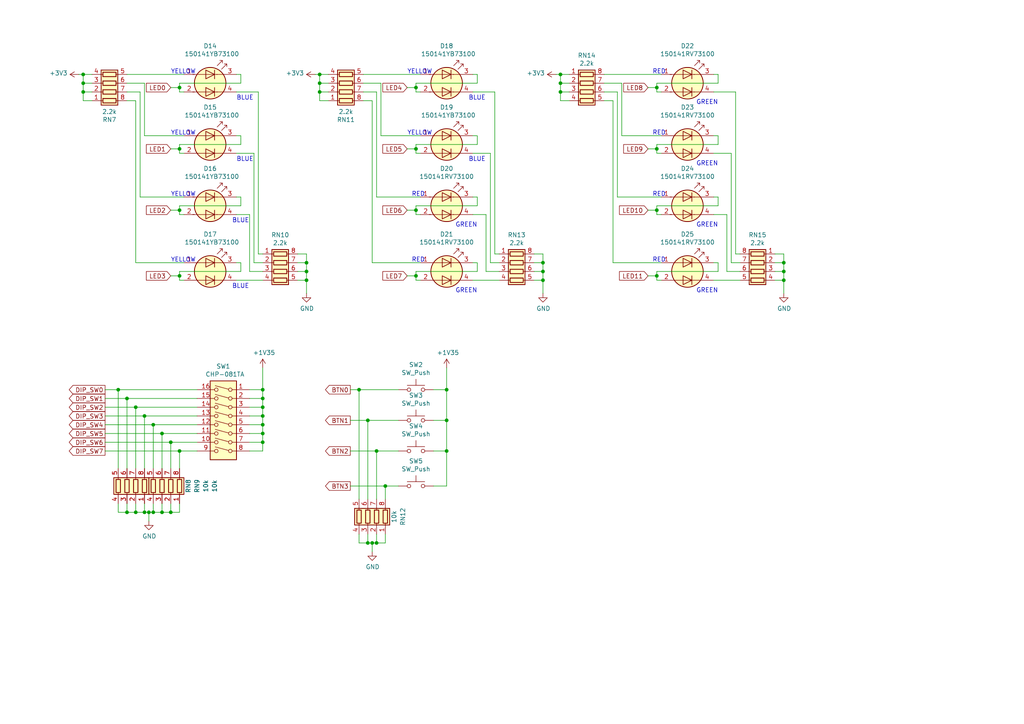
<source format=kicad_sch>
(kicad_sch (version 20211123) (generator eeschema)
  (paper "A4")
  (lib_symbols
    (symbol "Device:LED_Dual_AACC" (pin_names (offset 0) hide)
      (property "Reference" "D" (at 0 5.715 0))
      (property "Value" "Device_LED_Dual_AACC" (at 0 -6.35 0))
      (symbol "LED_Dual_AACC_0_1"
        (polyline (pts (xy -5.08 -2.54) (xy 2.032 -2.54)))
        (polyline (pts (xy -5.08 2.54) (xy 2.032 2.54)))
        (polyline (pts (xy 1.27 -1.27) (xy 1.27 -3.81)) (stroke (width 0.2032)))
        (polyline (pts (xy 1.27 3.81) (xy 1.27 1.27)) (stroke (width 0.2032)))
        (polyline (pts (xy 3.81 -2.54) (xy 1.905 -2.54)))
        (polyline (pts (xy 3.81 2.54) (xy 1.905 2.54)))
        (polyline (pts (xy -1.27 -1.27) (xy -1.27 -3.81) (xy 1.27 -2.54) (xy -1.27 -1.27)) (stroke (width 0.2032)))
        (polyline (pts (xy -1.27 3.81) (xy -1.27 1.27) (xy 1.27 2.54) (xy -1.27 3.81)) (stroke (width 0.2032)))
        (polyline (pts (xy 2.032 5.08) (xy 3.556 6.604) (xy 2.794 6.604) (xy 3.556 6.604) (xy 3.556 5.842)))
        (polyline (pts (xy 3.302 4.064) (xy 4.826 5.588) (xy 4.064 5.588) (xy 4.826 5.588) (xy 4.826 4.826)))
        (circle (center 0 0) (radius 4.572) (stroke (width 0.254)) (fill (type background)))
      )
      (symbol "LED_Dual_AACC_1_1"
        (pin input line (at -7.62 2.54 0) (length 3.048) (name "A1") (number "1"))
        (pin input line (at -7.62 -2.54 0) (length 3.048) (name "A2") (number "2"))
        (pin input line (at 7.62 2.54 180) (length 3.81) (name "K1") (number "3"))
        (pin input line (at 7.62 -2.54 180) (length 3.81) (name "K2") (number "4"))
      )
    )
    (symbol "Device:R_Pack04" (pin_names (offset 0) hide)
      (property "Reference" "RN" (at -7.62 0 90))
      (property "Value" "R_Pack04" (at 5.08 0 90))
      (symbol "R_Pack04_0_1"
        (rectangle (start -6.35 -2.413) (end 3.81 2.413) (stroke (width 0.254)) (fill (type background)))
        (rectangle (start -5.715 1.905) (end -4.445 -1.905) (stroke (width 0.254)))
        (rectangle (start -3.175 1.905) (end -1.905 -1.905) (stroke (width 0.254)))
        (rectangle (start -0.635 1.905) (end 0.635 -1.905) (stroke (width 0.254)))
        (polyline (pts (xy -5.08 -2.54) (xy -5.08 -1.905)))
        (polyline (pts (xy -5.08 1.905) (xy -5.08 2.54)))
        (polyline (pts (xy -2.54 -2.54) (xy -2.54 -1.905)))
        (polyline (pts (xy -2.54 1.905) (xy -2.54 2.54)))
        (polyline (pts (xy 0 -2.54) (xy 0 -1.905)))
        (polyline (pts (xy 0 1.905) (xy 0 2.54)))
        (polyline (pts (xy 2.54 -2.54) (xy 2.54 -1.905)))
        (polyline (pts (xy 2.54 1.905) (xy 2.54 2.54)))
        (rectangle (start 1.905 1.905) (end 3.175 -1.905) (stroke (width 0.254)))
      )
      (symbol "R_Pack04_1_1"
        (pin passive line (at -5.08 -5.08 90) (length 2.54) (name "R1.1") (number "1"))
        (pin passive line (at -2.54 -5.08 90) (length 2.54) (name "R2.1") (number "2"))
        (pin passive line (at 0 -5.08 90) (length 2.54) (name "R3.1") (number "3"))
        (pin passive line (at 2.54 -5.08 90) (length 2.54) (name "R4.1") (number "4"))
        (pin passive line (at 2.54 5.08 270) (length 2.54) (name "R4.2") (number "5"))
        (pin passive line (at 0 5.08 270) (length 2.54) (name "R3.2") (number "6"))
        (pin passive line (at -2.54 5.08 270) (length 2.54) (name "R2.2") (number "7"))
        (pin passive line (at -5.08 5.08 270) (length 2.54) (name "R1.2") (number "8"))
      )
    )
    (symbol "Switch:SW_DIP_x08" (pin_names (offset 0) hide)
      (property "Reference" "SW" (at 0 13.97 0))
      (property "Value" "SW_DIP_x08" (at 0 -11.43 0))
      (symbol "SW_DIP_x08_0_0"
        (circle (center -2.032 -7.62) (radius 0.508))
        (circle (center -2.032 -5.08) (radius 0.508))
        (circle (center -2.032 -2.54) (radius 0.508))
        (circle (center -2.032 0) (radius 0.508))
        (circle (center -2.032 2.54) (radius 0.508))
        (circle (center -2.032 5.08) (radius 0.508))
        (circle (center -2.032 7.62) (radius 0.508))
        (circle (center -2.032 10.16) (radius 0.508))
        (polyline (pts (xy -1.524 -7.4676) (xy 2.3622 -6.4262)))
        (polyline (pts (xy -1.524 -4.9276) (xy 2.3622 -3.8862)))
        (polyline (pts (xy -1.524 -2.3876) (xy 2.3622 -1.3462)))
        (polyline (pts (xy -1.524 0.127) (xy 2.3622 1.1684)))
        (polyline (pts (xy -1.524 2.667) (xy 2.3622 3.7084)))
        (polyline (pts (xy -1.524 5.207) (xy 2.3622 6.2484)))
        (polyline (pts (xy -1.524 7.747) (xy 2.3622 8.7884)))
        (polyline (pts (xy -1.524 10.287) (xy 2.3622 11.3284)))
        (circle (center 2.032 -7.62) (radius 0.508))
        (circle (center 2.032 -5.08) (radius 0.508))
        (circle (center 2.032 -2.54) (radius 0.508))
        (circle (center 2.032 0) (radius 0.508))
        (circle (center 2.032 2.54) (radius 0.508))
        (circle (center 2.032 5.08) (radius 0.508))
        (circle (center 2.032 7.62) (radius 0.508))
        (circle (center 2.032 10.16) (radius 0.508))
      )
      (symbol "SW_DIP_x08_0_1"
        (rectangle (start -3.81 12.7) (end 3.81 -10.16) (stroke (width 0.254)) (fill (type background)))
      )
      (symbol "SW_DIP_x08_1_1"
        (pin passive line (at -7.62 10.16 0) (length 5.08) (name "~") (number "1"))
        (pin passive line (at 7.62 -5.08 180) (length 5.08) (name "~") (number "10"))
        (pin passive line (at 7.62 -2.54 180) (length 5.08) (name "~") (number "11"))
        (pin passive line (at 7.62 0 180) (length 5.08) (name "~") (number "12"))
        (pin passive line (at 7.62 2.54 180) (length 5.08) (name "~") (number "13"))
        (pin passive line (at 7.62 5.08 180) (length 5.08) (name "~") (number "14"))
        (pin passive line (at 7.62 7.62 180) (length 5.08) (name "~") (number "15"))
        (pin passive line (at 7.62 10.16 180) (length 5.08) (name "~") (number "16"))
        (pin passive line (at -7.62 7.62 0) (length 5.08) (name "~") (number "2"))
        (pin passive line (at -7.62 5.08 0) (length 5.08) (name "~") (number "3"))
        (pin passive line (at -7.62 2.54 0) (length 5.08) (name "~") (number "4"))
        (pin passive line (at -7.62 0 0) (length 5.08) (name "~") (number "5"))
        (pin passive line (at -7.62 -2.54 0) (length 5.08) (name "~") (number "6"))
        (pin passive line (at -7.62 -5.08 0) (length 5.08) (name "~") (number "7"))
        (pin passive line (at -7.62 -7.62 0) (length 5.08) (name "~") (number "8"))
        (pin passive line (at 7.62 -7.62 180) (length 5.08) (name "~") (number "9"))
      )
    )
    (symbol "Switch:SW_Push" (pin_numbers hide) (pin_names (offset 1.016) hide)
      (property "Reference" "SW" (at 1.27 2.54 0))
      (property "Value" "SW_Push" (at 0 -1.524 0))
      (symbol "SW_Push_0_1"
        (circle (center -2.032 0) (radius 0.508))
        (polyline (pts (xy 0 1.27) (xy 0 3.048)))
        (polyline (pts (xy 2.54 1.27) (xy -2.54 1.27)))
        (circle (center 2.032 0) (radius 0.508))
        (pin passive line (at -5.08 0 0) (length 2.54) (name "1") (number "1"))
        (pin passive line (at 5.08 0 180) (length 2.54) (name "2") (number "2"))
      )
    )
    (symbol "power:+1V35" (power) (pin_names (offset 0))
      (property "Value" "+1V35" (at 0 3.556 0))
      (symbol "+1V35_0_1"
        (polyline (pts (xy -0.762 1.27) (xy 0 2.54)))
        (polyline (pts (xy 0 0) (xy 0 2.54)))
        (polyline (pts (xy 0 2.54) (xy 0.762 1.27)))
      )
      (symbol "+1V35_1_1"
        (pin power_in line (at 0 0 90) (length 0) hide (name "+1V35") (number "1"))
      )
    )
    (symbol "power:+3V3" (power) (pin_names (offset 0))
      (property "Value" "+3V3" (at 0 3.556 0))
      (symbol "+3V3_0_1"
        (polyline (pts (xy -0.762 1.27) (xy 0 2.54)))
        (polyline (pts (xy 0 0) (xy 0 2.54)))
        (polyline (pts (xy 0 2.54) (xy 0.762 1.27)))
      )
      (symbol "+3V3_1_1"
        (pin power_in line (at 0 0 90) (length 0) hide (name "+3V3") (number "1"))
      )
    )
    (symbol "power:GND" (power) (pin_names (offset 0))
      (property "Value" "GND" (at 0 -3.81 0))
      (symbol "GND_0_1"
        (polyline (pts (xy 0 0) (xy 0 -1.27) (xy 1.27 -1.27) (xy 0 -2.54) (xy -1.27 -1.27) (xy 0 -1.27)))
      )
      (symbol "GND_1_1"
        (pin power_in line (at 0 0 270) (length 0) hide (name "GND") (number "1"))
      )
    )
  )
  (junction (at 49.53 148.59))
  (junction (at 24.13 26.67))
  (junction (at 106.68 157.48))
  (junction (at 162.56 24.13))
  (junction (at 36.83 148.59))
  (junction (at 34.29 113.03))
  (junction (at 92.71 21.59))
  (junction (at 120.65 43.18))
  (junction (at 227.33 76.2))
  (junction (at 190.5 25.4))
  (junction (at 76.2 115.57))
  (junction (at 92.71 26.67))
  (junction (at 120.65 60.96))
  (junction (at 92.71 24.13))
  (junction (at 120.65 25.4))
  (junction (at 88.9 76.2))
  (junction (at 52.07 130.81))
  (junction (at 49.53 128.27))
  (junction (at 39.37 118.11))
  (junction (at 39.37 148.59))
  (junction (at 76.2 125.73))
  (junction (at 36.83 115.57))
  (junction (at 106.68 121.92))
  (junction (at 111.76 140.97))
  (junction (at 162.56 26.67))
  (junction (at 76.2 120.65))
  (junction (at 24.13 21.59))
  (junction (at 227.33 81.28))
  (junction (at 46.99 125.73))
  (junction (at 52.07 80.01))
  (junction (at 44.45 148.59))
  (junction (at 129.54 121.92))
  (junction (at 44.45 123.19))
  (junction (at 46.99 148.59))
  (junction (at 227.33 78.74))
  (junction (at 157.48 81.28))
  (junction (at 76.2 118.11))
  (junction (at 41.91 148.59))
  (junction (at 88.9 78.74))
  (junction (at 52.07 43.18))
  (junction (at 129.54 113.03))
  (junction (at 190.5 80.01))
  (junction (at 190.5 43.18))
  (junction (at 107.95 157.48))
  (junction (at 88.9 81.28))
  (junction (at 52.07 60.96))
  (junction (at 41.91 120.65))
  (junction (at 109.22 157.48))
  (junction (at 24.13 24.13))
  (junction (at 52.07 25.4))
  (junction (at 190.5 60.96))
  (junction (at 76.2 123.19))
  (junction (at 129.54 130.81))
  (junction (at 157.48 76.2))
  (junction (at 76.2 113.03))
  (junction (at 76.2 128.27))
  (junction (at 104.14 113.03))
  (junction (at 162.56 21.59))
  (junction (at 157.48 78.74))
  (junction (at 109.22 130.81))
  (junction (at 43.18 148.59))
  (junction (at 120.65 80.01))
  (wire (pts (xy 191.77 81.28) (xy 190.5 81.28)))
  (wire (pts (xy 120.65 60.96) (xy 120.65 59.69)))
  (wire (pts (xy 40.64 57.15) (xy 53.34 57.15)))
  (wire (pts (xy 157.48 78.74) (xy 157.48 81.28)))
  (wire (pts (xy 92.71 26.67) (xy 92.71 29.21)))
  (wire (pts (xy 69.85 41.91) (xy 69.85 39.37)))
  (wire (pts (xy 49.53 148.59) (xy 49.53 146.05)))
  (wire (pts (xy 144.78 73.66) (xy 143.51 73.66)))
  (wire (pts (xy 120.65 81.28) (xy 120.65 80.01)))
  (wire (pts (xy 46.99 125.73) (xy 57.15 125.73)))
  (wire (pts (xy 121.92 81.28) (xy 120.65 81.28)))
  (wire (pts (xy 26.67 26.67) (xy 24.13 26.67)))
  (wire (pts (xy 106.68 144.78) (xy 106.68 121.92)))
  (wire (pts (xy 190.5 43.18) (xy 190.5 41.91)))
  (wire (pts (xy 137.16 26.67) (xy 143.51 26.67)))
  (wire (pts (xy 165.1 26.67) (xy 162.56 26.67)))
  (wire (pts (xy 36.83 146.05) (xy 36.83 148.59)))
  (wire (pts (xy 24.13 24.13) (xy 24.13 26.67)))
  (wire (pts (xy 120.65 43.18) (xy 120.65 41.91)))
  (wire (pts (xy 57.15 130.81) (xy 52.07 130.81)))
  (wire (pts (xy 227.33 81.28) (xy 227.33 85.09)))
  (wire (pts (xy 207.01 57.15) (xy 208.28 57.15)))
  (wire (pts (xy 52.07 41.91) (xy 69.85 41.91)))
  (wire (pts (xy 207.01 39.37) (xy 208.28 39.37)))
  (wire (pts (xy 224.79 81.28) (xy 227.33 81.28)))
  (wire (pts (xy 224.79 73.66) (xy 227.33 73.66)))
  (wire (pts (xy 36.83 115.57) (xy 30.48 115.57)))
  (wire (pts (xy 39.37 148.59) (xy 36.83 148.59)))
  (wire (pts (xy 88.9 78.74) (xy 88.9 81.28)))
  (wire (pts (xy 110.49 39.37) (xy 121.92 39.37)))
  (wire (pts (xy 208.28 24.13) (xy 208.28 21.59)))
  (wire (pts (xy 208.28 59.69) (xy 208.28 57.15)))
  (wire (pts (xy 161.29 21.59) (xy 162.56 21.59)))
  (wire (pts (xy 104.14 157.48) (xy 106.68 157.48)))
  (wire (pts (xy 224.79 78.74) (xy 227.33 78.74)))
  (wire (pts (xy 227.33 78.74) (xy 227.33 81.28)))
  (wire (pts (xy 109.22 130.81) (xy 101.6 130.81)))
  (wire (pts (xy 162.56 26.67) (xy 162.56 29.21)))
  (wire (pts (xy 137.16 21.59) (xy 138.43 21.59)))
  (wire (pts (xy 76.2 78.74) (xy 72.39 78.74)))
  (wire (pts (xy 52.07 148.59) (xy 52.07 146.05)))
  (wire (pts (xy 162.56 29.21) (xy 165.1 29.21)))
  (wire (pts (xy 213.36 73.66) (xy 213.36 26.67)))
  (wire (pts (xy 52.07 43.18) (xy 52.07 41.91)))
  (wire (pts (xy 187.96 25.4) (xy 190.5 25.4)))
  (wire (pts (xy 52.07 130.81) (xy 30.48 130.81)))
  (wire (pts (xy 191.77 26.67) (xy 190.5 26.67)))
  (wire (pts (xy 72.39 128.27) (xy 76.2 128.27)))
  (wire (pts (xy 118.11 80.01) (xy 120.65 80.01)))
  (wire (pts (xy 190.5 78.74) (xy 208.28 78.74)))
  (wire (pts (xy 69.85 59.69) (xy 69.85 57.15)))
  (wire (pts (xy 190.5 44.45) (xy 190.5 43.18)))
  (wire (pts (xy 36.83 21.59) (xy 53.34 21.59)))
  (wire (pts (xy 76.2 115.57) (xy 76.2 113.03)))
  (wire (pts (xy 68.58 62.23) (xy 72.39 62.23)))
  (wire (pts (xy 52.07 78.74) (xy 69.85 78.74)))
  (wire (pts (xy 68.58 81.28) (xy 76.2 81.28)))
  (wire (pts (xy 129.54 130.81) (xy 125.73 130.81)))
  (wire (pts (xy 125.73 121.92) (xy 129.54 121.92)))
  (wire (pts (xy 41.91 120.65) (xy 30.48 120.65)))
  (wire (pts (xy 52.07 59.69) (xy 69.85 59.69)))
  (wire (pts (xy 57.15 123.19) (xy 44.45 123.19)))
  (wire (pts (xy 177.8 76.2) (xy 191.77 76.2)))
  (wire (pts (xy 162.56 21.59) (xy 165.1 21.59)))
  (wire (pts (xy 212.09 76.2) (xy 212.09 44.45)))
  (wire (pts (xy 191.77 44.45) (xy 190.5 44.45)))
  (wire (pts (xy 74.93 73.66) (xy 74.93 26.67)))
  (wire (pts (xy 214.63 78.74) (xy 210.82 78.74)))
  (wire (pts (xy 121.92 62.23) (xy 120.65 62.23)))
  (wire (pts (xy 162.56 21.59) (xy 162.56 24.13)))
  (wire (pts (xy 190.5 24.13) (xy 208.28 24.13)))
  (wire (pts (xy 210.82 78.74) (xy 210.82 62.23)))
  (wire (pts (xy 49.53 60.96) (xy 52.07 60.96)))
  (wire (pts (xy 120.65 62.23) (xy 120.65 60.96)))
  (wire (pts (xy 53.34 62.23) (xy 52.07 62.23)))
  (wire (pts (xy 101.6 140.97) (xy 111.76 140.97)))
  (wire (pts (xy 49.53 148.59) (xy 52.07 148.59)))
  (wire (pts (xy 190.5 80.01) (xy 190.5 78.74)))
  (wire (pts (xy 137.16 44.45) (xy 142.24 44.45)))
  (wire (pts (xy 111.76 144.78) (xy 111.76 140.97)))
  (wire (pts (xy 104.14 113.03) (xy 101.6 113.03)))
  (wire (pts (xy 121.92 26.67) (xy 120.65 26.67)))
  (wire (pts (xy 190.5 60.96) (xy 190.5 59.69)))
  (wire (pts (xy 137.16 76.2) (xy 138.43 76.2)))
  (wire (pts (xy 39.37 76.2) (xy 53.34 76.2)))
  (wire (pts (xy 88.9 73.66) (xy 88.9 76.2)))
  (wire (pts (xy 52.07 62.23) (xy 52.07 60.96)))
  (wire (pts (xy 57.15 118.11) (xy 39.37 118.11)))
  (wire (pts (xy 76.2 128.27) (xy 76.2 125.73)))
  (wire (pts (xy 72.39 113.03) (xy 76.2 113.03)))
  (wire (pts (xy 76.2 120.65) (xy 76.2 118.11)))
  (wire (pts (xy 49.53 25.4) (xy 52.07 25.4)))
  (wire (pts (xy 175.26 21.59) (xy 191.77 21.59)))
  (wire (pts (xy 24.13 26.67) (xy 24.13 29.21)))
  (wire (pts (xy 41.91 39.37) (xy 53.34 39.37)))
  (wire (pts (xy 207.01 81.28) (xy 214.63 81.28)))
  (wire (pts (xy 49.53 135.89) (xy 49.53 128.27)))
  (wire (pts (xy 39.37 146.05) (xy 39.37 148.59)))
  (wire (pts (xy 109.22 130.81) (xy 115.57 130.81)))
  (wire (pts (xy 157.48 81.28) (xy 157.48 85.09)))
  (wire (pts (xy 24.13 29.21) (xy 26.67 29.21)))
  (wire (pts (xy 180.34 24.13) (xy 175.26 24.13)))
  (wire (pts (xy 41.91 39.37) (xy 41.91 24.13)))
  (wire (pts (xy 105.41 26.67) (xy 109.22 26.67)))
  (wire (pts (xy 109.22 154.94) (xy 109.22 157.48)))
  (wire (pts (xy 92.71 29.21) (xy 95.25 29.21)))
  (wire (pts (xy 76.2 73.66) (xy 74.93 73.66)))
  (wire (pts (xy 52.07 25.4) (xy 52.07 24.13)))
  (wire (pts (xy 120.65 59.69) (xy 138.43 59.69)))
  (wire (pts (xy 76.2 115.57) (xy 72.39 115.57)))
  (wire (pts (xy 76.2 125.73) (xy 72.39 125.73)))
  (wire (pts (xy 43.18 148.59) (xy 41.91 148.59)))
  (wire (pts (xy 24.13 21.59) (xy 26.67 21.59)))
  (wire (pts (xy 86.36 76.2) (xy 88.9 76.2)))
  (wire (pts (xy 73.66 76.2) (xy 73.66 44.45)))
  (wire (pts (xy 227.33 73.66) (xy 227.33 76.2)))
  (wire (pts (xy 76.2 118.11) (xy 76.2 115.57)))
  (wire (pts (xy 179.07 26.67) (xy 179.07 57.15)))
  (wire (pts (xy 41.91 135.89) (xy 41.91 120.65)))
  (wire (pts (xy 110.49 39.37) (xy 110.49 24.13)))
  (wire (pts (xy 207.01 62.23) (xy 210.82 62.23)))
  (wire (pts (xy 207.01 76.2) (xy 208.28 76.2)))
  (wire (pts (xy 175.26 26.67) (xy 179.07 26.67)))
  (wire (pts (xy 36.83 148.59) (xy 34.29 148.59)))
  (wire (pts (xy 107.95 29.21) (xy 107.95 76.2)))
  (wire (pts (xy 207.01 44.45) (xy 212.09 44.45)))
  (wire (pts (xy 107.95 157.48) (xy 109.22 157.48)))
  (wire (pts (xy 187.96 60.96) (xy 190.5 60.96)))
  (wire (pts (xy 105.41 21.59) (xy 121.92 21.59)))
  (wire (pts (xy 118.11 43.18) (xy 120.65 43.18)))
  (wire (pts (xy 110.49 24.13) (xy 105.41 24.13)))
  (wire (pts (xy 137.16 39.37) (xy 138.43 39.37)))
  (wire (pts (xy 175.26 29.21) (xy 177.8 29.21)))
  (wire (pts (xy 129.54 140.97) (xy 129.54 130.81)))
  (wire (pts (xy 111.76 157.48) (xy 111.76 154.94)))
  (wire (pts (xy 22.86 21.59) (xy 24.13 21.59)))
  (wire (pts (xy 144.78 78.74) (xy 140.97 78.74)))
  (wire (pts (xy 41.91 148.59) (xy 39.37 148.59)))
  (wire (pts (xy 52.07 26.67) (xy 52.07 25.4)))
  (wire (pts (xy 118.11 60.96) (xy 120.65 60.96)))
  (wire (pts (xy 92.71 21.59) (xy 95.25 21.59)))
  (wire (pts (xy 104.14 144.78) (xy 104.14 113.03)))
  (wire (pts (xy 76.2 130.81) (xy 76.2 128.27)))
  (wire (pts (xy 95.25 26.67) (xy 92.71 26.67)))
  (wire (pts (xy 34.29 113.03) (xy 30.48 113.03)))
  (wire (pts (xy 41.91 24.13) (xy 36.83 24.13)))
  (wire (pts (xy 49.53 80.01) (xy 52.07 80.01)))
  (wire (pts (xy 52.07 60.96) (xy 52.07 59.69)))
  (wire (pts (xy 86.36 81.28) (xy 88.9 81.28)))
  (wire (pts (xy 41.91 146.05) (xy 41.91 148.59)))
  (wire (pts (xy 41.91 120.65) (xy 57.15 120.65)))
  (wire (pts (xy 179.07 57.15) (xy 191.77 57.15)))
  (wire (pts (xy 24.13 24.13) (xy 26.67 24.13)))
  (wire (pts (xy 162.56 24.13) (xy 165.1 24.13)))
  (wire (pts (xy 129.54 106.68) (xy 129.54 113.03)))
  (wire (pts (xy 109.22 57.15) (xy 121.92 57.15)))
  (wire (pts (xy 208.28 41.91) (xy 208.28 39.37)))
  (wire (pts (xy 137.16 62.23) (xy 140.97 62.23)))
  (wire (pts (xy 138.43 59.69) (xy 138.43 57.15)))
  (wire (pts (xy 34.29 148.59) (xy 34.29 146.05)))
  (wire (pts (xy 69.85 24.13) (xy 69.85 21.59)))
  (wire (pts (xy 91.44 21.59) (xy 92.71 21.59)))
  (wire (pts (xy 49.53 128.27) (xy 57.15 128.27)))
  (wire (pts (xy 46.99 125.73) (xy 30.48 125.73)))
  (wire (pts (xy 109.22 26.67) (xy 109.22 57.15)))
  (wire (pts (xy 191.77 62.23) (xy 190.5 62.23)))
  (wire (pts (xy 76.2 76.2) (xy 73.66 76.2)))
  (wire (pts (xy 104.14 113.03) (xy 115.57 113.03)))
  (wire (pts (xy 52.07 81.28) (xy 52.07 80.01)))
  (wire (pts (xy 125.73 140.97) (xy 129.54 140.97)))
  (wire (pts (xy 39.37 118.11) (xy 39.37 135.89)))
  (wire (pts (xy 138.43 78.74) (xy 138.43 76.2)))
  (wire (pts (xy 39.37 118.11) (xy 30.48 118.11)))
  (wire (pts (xy 69.85 78.74) (xy 69.85 76.2)))
  (wire (pts (xy 52.07 44.45) (xy 52.07 43.18)))
  (wire (pts (xy 154.94 81.28) (xy 157.48 81.28)))
  (wire (pts (xy 207.01 21.59) (xy 208.28 21.59)))
  (wire (pts (xy 53.34 44.45) (xy 52.07 44.45)))
  (wire (pts (xy 154.94 78.74) (xy 157.48 78.74)))
  (wire (pts (xy 187.96 80.01) (xy 190.5 80.01)))
  (wire (pts (xy 106.68 154.94) (xy 106.68 157.48)))
  (wire (pts (xy 43.18 148.59) (xy 44.45 148.59)))
  (wire (pts (xy 227.33 76.2) (xy 227.33 78.74)))
  (wire (pts (xy 224.79 76.2) (xy 227.33 76.2)))
  (wire (pts (xy 208.28 78.74) (xy 208.28 76.2)))
  (wire (pts (xy 157.48 76.2) (xy 157.48 78.74)))
  (wire (pts (xy 162.56 24.13) (xy 162.56 26.67)))
  (wire (pts (xy 36.83 115.57) (xy 57.15 115.57)))
  (wire (pts (xy 68.58 76.2) (xy 69.85 76.2)))
  (wire (pts (xy 137.16 57.15) (xy 138.43 57.15)))
  (wire (pts (xy 44.45 148.59) (xy 46.99 148.59)))
  (wire (pts (xy 180.34 39.37) (xy 191.77 39.37)))
  (wire (pts (xy 72.39 78.74) (xy 72.39 62.23)))
  (wire (pts (xy 68.58 39.37) (xy 69.85 39.37)))
  (wire (pts (xy 86.36 73.66) (xy 88.9 73.66)))
  (wire (pts (xy 30.48 123.19) (xy 44.45 123.19)))
  (wire (pts (xy 142.24 76.2) (xy 142.24 44.45)))
  (wire (pts (xy 36.83 26.67) (xy 40.64 26.67)))
  (wire (pts (xy 120.65 41.91) (xy 138.43 41.91)))
  (wire (pts (xy 88.9 76.2) (xy 88.9 78.74)))
  (wire (pts (xy 118.11 25.4) (xy 120.65 25.4)))
  (wire (pts (xy 190.5 59.69) (xy 208.28 59.69)))
  (wire (pts (xy 57.15 113.03) (xy 34.29 113.03)))
  (wire (pts (xy 207.01 26.67) (xy 213.36 26.67)))
  (wire (pts (xy 86.36 78.74) (xy 88.9 78.74)))
  (wire (pts (xy 120.65 26.67) (xy 120.65 25.4)))
  (wire (pts (xy 143.51 73.66) (xy 143.51 26.67)))
  (wire (pts (xy 138.43 24.13) (xy 138.43 21.59)))
  (wire (pts (xy 129.54 113.03) (xy 129.54 121.92)))
  (wire (pts (xy 92.71 24.13) (xy 92.71 26.67)))
  (wire (pts (xy 137.16 81.28) (xy 144.78 81.28)))
  (wire (pts (xy 92.71 24.13) (xy 95.25 24.13)))
  (wire (pts (xy 39.37 29.21) (xy 39.37 76.2)))
  (wire (pts (xy 46.99 148.59) (xy 49.53 148.59)))
  (wire (pts (xy 76.2 125.73) (xy 76.2 123.19)))
  (wire (pts (xy 187.96 43.18) (xy 190.5 43.18)))
  (wire (pts (xy 154.94 76.2) (xy 157.48 76.2)))
  (wire (pts (xy 120.65 78.74) (xy 138.43 78.74)))
  (wire (pts (xy 36.83 29.21) (xy 39.37 29.21)))
  (wire (pts (xy 107.95 76.2) (xy 121.92 76.2)))
  (wire (pts (xy 190.5 41.91) (xy 208.28 41.91)))
  (wire (pts (xy 129.54 121.92) (xy 129.54 130.81)))
  (wire (pts (xy 190.5 81.28) (xy 190.5 80.01)))
  (wire (pts (xy 125.73 113.03) (xy 129.54 113.03)))
  (wire (pts (xy 36.83 135.89) (xy 36.83 115.57)))
  (wire (pts (xy 44.45 123.19) (xy 44.45 135.89)))
  (wire (pts (xy 92.71 21.59) (xy 92.71 24.13)))
  (wire (pts (xy 104.14 154.94) (xy 104.14 157.48)))
  (wire (pts (xy 24.13 21.59) (xy 24.13 24.13)))
  (wire (pts (xy 105.41 29.21) (xy 107.95 29.21)))
  (wire (pts (xy 109.22 144.78) (xy 109.22 130.81)))
  (wire (pts (xy 138.43 41.91) (xy 138.43 39.37)))
  (wire (pts (xy 68.58 57.15) (xy 69.85 57.15)))
  (wire (pts (xy 120.65 80.01) (xy 120.65 78.74)))
  (wire (pts (xy 76.2 118.11) (xy 72.39 118.11)))
  (wire (pts (xy 120.65 25.4) (xy 120.65 24.13)))
  (wire (pts (xy 76.2 106.68) (xy 76.2 113.03)))
  (wire (pts (xy 121.92 44.45) (xy 120.65 44.45)))
  (wire (pts (xy 76.2 123.19) (xy 76.2 120.65)))
  (wire (pts (xy 49.53 128.27) (xy 30.48 128.27)))
  (wire (pts (xy 52.07 80.01) (xy 52.07 78.74)))
  (wire (pts (xy 53.34 81.28) (xy 52.07 81.28)))
  (wire (pts (xy 101.6 121.92) (xy 106.68 121.92)))
  (wire (pts (xy 190.5 25.4) (xy 190.5 24.13)))
  (wire (pts (xy 107.95 160.02) (xy 107.95 157.48)))
  (wire (pts (xy 106.68 121.92) (xy 115.57 121.92)))
  (wire (pts (xy 46.99 148.59) (xy 46.99 146.05)))
  (wire (pts (xy 177.8 29.21) (xy 177.8 76.2)))
  (wire (pts (xy 140.97 78.74) (xy 140.97 62.23)))
  (wire (pts (xy 68.58 26.67) (xy 74.93 26.67)))
  (wire (pts (xy 120.65 44.45) (xy 120.65 43.18)))
  (wire (pts (xy 68.58 21.59) (xy 69.85 21.59)))
  (wire (pts (xy 40.64 26.67) (xy 40.64 57.15)))
  (wire (pts (xy 154.94 73.66) (xy 157.48 73.66)))
  (wire (pts (xy 109.22 157.48) (xy 111.76 157.48)))
  (wire (pts (xy 34.29 113.03) (xy 34.29 135.89)))
  (wire (pts (xy 190.5 26.67) (xy 190.5 25.4)))
  (wire (pts (xy 88.9 81.28) (xy 88.9 85.09)))
  (wire (pts (xy 68.58 44.45) (xy 73.66 44.45)))
  (wire (pts (xy 120.65 24.13) (xy 138.43 24.13)))
  (wire (pts (xy 214.63 76.2) (xy 212.09 76.2)))
  (wire (pts (xy 157.48 73.66) (xy 157.48 76.2)))
  (wire (pts (xy 180.34 39.37) (xy 180.34 24.13)))
  (wire (pts (xy 44.45 148.59) (xy 44.45 146.05)))
  (wire (pts (xy 72.39 130.81) (xy 76.2 130.81)))
  (wire (pts (xy 72.39 123.19) (xy 76.2 123.19)))
  (wire (pts (xy 53.34 26.67) (xy 52.07 26.67)))
  (wire (pts (xy 144.78 76.2) (xy 142.24 76.2)))
  (wire (pts (xy 111.76 140.97) (xy 115.57 140.97)))
  (wire (pts (xy 43.18 151.13) (xy 43.18 148.59)))
  (wire (pts (xy 52.07 130.81) (xy 52.07 135.89)))
  (wire (pts (xy 214.63 73.66) (xy 213.36 73.66)))
  (wire (pts (xy 46.99 135.89) (xy 46.99 125.73)))
  (wire (pts (xy 49.53 43.18) (xy 52.07 43.18)))
  (wire (pts (xy 72.39 120.65) (xy 76.2 120.65)))
  (wire (pts (xy 106.68 157.48) (xy 107.95 157.48)))
  (wire (pts (xy 190.5 62.23) (xy 190.5 60.96)))
  (wire (pts (xy 52.07 24.13) (xy 69.85 24.13)))
  (text "RED" (at 119.38 57.15 0) (effects (font (size 1.27 1.27)) (justify left bottom)))
  (text "YELLOW" (at 49.53 39.37 0) (effects (font (size 1.27 1.27)) (justify left bottom)))
  (text "RED" (at 189.23 76.2 0) (effects (font (size 1.27 1.27)) (justify left bottom)))
  (text "YELLOW" (at 49.53 57.15 0) (effects (font (size 1.27 1.27)) (justify left bottom)))
  (text "GREEN" (at 201.93 30.48 0) (effects (font (size 1.27 1.27)) (justify left bottom)))
  (text "GREEN" (at 132.08 85.09 0) (effects (font (size 1.27 1.27)) (justify left bottom)))
  (text "BLUE" (at 68.58 46.99 0) (effects (font (size 1.27 1.27)) (justify left bottom)))
  (text "GREEN" (at 201.93 66.04 0) (effects (font (size 1.27 1.27)) (justify left bottom)))
  (text "YELLOW" (at 118.11 21.59 0) (effects (font (size 1.27 1.27)) (justify left bottom)))
  (text "GREEN" (at 132.08 66.04 0) (effects (font (size 1.27 1.27)) (justify left bottom)))
  (text "BLUE" (at 67.31 64.77 0) (effects (font (size 1.27 1.27)) (justify left bottom)))
  (text "GREEN" (at 201.93 85.09 0) (effects (font (size 1.27 1.27)) (justify left bottom)))
  (text "YELLOW" (at 49.53 76.2 0) (effects (font (size 1.27 1.27)) (justify left bottom)))
  (text "BLUE" (at 135.89 29.21 0) (effects (font (size 1.27 1.27)) (justify left bottom)))
  (text "BLUE" (at 68.58 29.21 0) (effects (font (size 1.27 1.27)) (justify left bottom)))
  (text "RED" (at 119.38 76.2 0) (effects (font (size 1.27 1.27)) (justify left bottom)))
  (text "RED" (at 189.23 21.59 0) (effects (font (size 1.27 1.27)) (justify left bottom)))
  (text "YELLOW" (at 49.53 21.59 0) (effects (font (size 1.27 1.27)) (justify left bottom)))
  (text "RED" (at 189.23 39.37 0) (effects (font (size 1.27 1.27)) (justify left bottom)))
  (text "BLUE" (at 135.89 46.99 0) (effects (font (size 1.27 1.27)) (justify left bottom)))
  (text "YELLOW" (at 118.11 39.37 0) (effects (font (size 1.27 1.27)) (justify left bottom)))
  (text "BLUE" (at 67.31 83.82 0) (effects (font (size 1.27 1.27)) (justify left bottom)))
  (text "GREEN" (at 201.93 48.26 0) (effects (font (size 1.27 1.27)) (justify left bottom)))
  (text "RED" (at 189.23 57.15 0) (effects (font (size 1.27 1.27)) (justify left bottom)))
  (global_label "DIP_SW6" (shape output) (at 30.48 128.27 180) (property "Intersheet References" "${INTERSHEET_REFS}" (effects hide)))
  (global_label "LED11" (shape input) (at 187.96 80.01 180) (property "Intersheet References" "${INTERSHEET_REFS}" (effects hide)))
  (global_label "DIP_SW1" (shape output) (at 30.48 115.57 180) (property "Intersheet References" "${INTERSHEET_REFS}" (effects hide)))
  (global_label "LED3" (shape input) (at 49.53 80.01 180) (property "Intersheet References" "${INTERSHEET_REFS}" (effects hide)))
  (global_label "LED2" (shape input) (at 49.53 60.96 180) (property "Intersheet References" "${INTERSHEET_REFS}" (effects hide)))
  (global_label "DIP_SW3" (shape output) (at 30.48 120.65 180) (property "Intersheet References" "${INTERSHEET_REFS}" (effects hide)))
  (global_label "BTN0" (shape output) (at 101.6 113.03 180) (property "Intersheet References" "${INTERSHEET_REFS}" (effects hide)))
  (global_label "DIP_SW7" (shape output) (at 30.48 130.81 180) (property "Intersheet References" "${INTERSHEET_REFS}" (effects hide)))
  (global_label "LED8" (shape input) (at 187.96 25.4 180) (property "Intersheet References" "${INTERSHEET_REFS}" (effects hide)))
  (global_label "BTN1" (shape output) (at 101.6 121.92 180) (property "Intersheet References" "${INTERSHEET_REFS}" (effects hide)))
  (global_label "DIP_SW0" (shape output) (at 30.48 113.03 180) (property "Intersheet References" "${INTERSHEET_REFS}" (effects hide)))
  (global_label "LED1" (shape input) (at 49.53 43.18 180) (property "Intersheet References" "${INTERSHEET_REFS}" (effects hide)))
  (global_label "DIP_SW2" (shape output) (at 30.48 118.11 180) (property "Intersheet References" "${INTERSHEET_REFS}" (effects hide)))
  (global_label "BTN3" (shape output) (at 101.6 140.97 180) (property "Intersheet References" "${INTERSHEET_REFS}" (effects hide)))
  (global_label "LED6" (shape input) (at 118.11 60.96 180) (property "Intersheet References" "${INTERSHEET_REFS}" (effects hide)))
  (global_label "LED10" (shape input) (at 187.96 60.96 180) (property "Intersheet References" "${INTERSHEET_REFS}" (effects hide)))
  (global_label "BTN2" (shape output) (at 101.6 130.81 180) (property "Intersheet References" "${INTERSHEET_REFS}" (effects hide)))
  (global_label "LED4" (shape input) (at 118.11 25.4 180) (property "Intersheet References" "${INTERSHEET_REFS}" (effects hide)))
  (global_label "DIP_SW5" (shape output) (at 30.48 125.73 180) (property "Intersheet References" "${INTERSHEET_REFS}" (effects hide)))
  (global_label "LED0" (shape input) (at 49.53 25.4 180) (property "Intersheet References" "${INTERSHEET_REFS}" (effects hide)))
  (global_label "LED7" (shape input) (at 118.11 80.01 180) (property "Intersheet References" "${INTERSHEET_REFS}" (effects hide)))
  (global_label "LED5" (shape input) (at 118.11 43.18 180) (property "Intersheet References" "${INTERSHEET_REFS}" (effects hide)))
  (global_label "LED9" (shape input) (at 187.96 43.18 180) (property "Intersheet References" "${INTERSHEET_REFS}" (effects hide)))
  (global_label "DIP_SW4" (shape output) (at 30.48 123.19 180) (property "Intersheet References" "${INTERSHEET_REFS}" (effects hide)))
  (symbol (lib_id "Device:LED_Dual_AACC") (at 60.96 24.13 0) (unit 1)
    (property "Reference" "D14" (at 60.96 13.335 0))
    (property "Value" " 150141YB73100" (at 60.96 15.6464 0))
    (property "Footprint" "LED_SMD:LED_RGB_Wuerth-PLCC4_3.2x2.8mm_150141M173100" (effects hide))
  )
  (symbol (lib_id "power:+3V3") (at 22.86 21.59 90) (unit 1)
    (property "Reference" "#PWR0166" (effects hide))
    (property "Value" "+3V3" (at 19.6088 21.209 90) (effects (justify left)))
  )
  (symbol (lib_id "Device:LED_Dual_AACC") (at 60.96 41.91 0) (unit 1)
    (property "Reference" "D15" (at 60.96 31.115 0))
    (property "Value" " 150141YB73100" (at 60.96 33.4264 0))
    (property "Footprint" "LED_SMD:LED_RGB_Wuerth-PLCC4_3.2x2.8mm_150141M173100" (effects hide))
  )
  (symbol (lib_id "Device:LED_Dual_AACC") (at 60.96 59.69 0) (unit 1)
    (property "Reference" "D16" (at 60.96 48.895 0))
    (property "Value" " 150141YB73100" (at 60.96 51.2064 0))
    (property "Footprint" "LED_SMD:LED_RGB_Wuerth-PLCC4_3.2x2.8mm_150141M173100" (effects hide))
  )
  (symbol (lib_id "Device:LED_Dual_AACC") (at 60.96 78.74 0) (unit 1)
    (property "Reference" "D17" (at 60.96 67.945 0))
    (property "Value" " 150141YB73100" (at 60.96 70.2564 0))
    (property "Footprint" "LED_SMD:LED_RGB_Wuerth-PLCC4_3.2x2.8mm_150141M173100" (effects hide))
  )
  (symbol (lib_id "Device:LED_Dual_AACC") (at 129.54 24.13 0) (unit 1)
    (property "Reference" "D18" (at 129.54 13.335 0))
    (property "Value" " 150141YB73100" (at 129.54 15.6464 0))
    (property "Footprint" "LED_SMD:LED_RGB_Wuerth-PLCC4_3.2x2.8mm_150141M173100" (effects hide))
  )
  (symbol (lib_id "Device:LED_Dual_AACC") (at 129.54 41.91 0) (unit 1)
    (property "Reference" "D19" (at 129.54 31.115 0))
    (property "Value" " 150141YB73100" (at 129.54 33.4264 0))
    (property "Footprint" "LED_SMD:LED_RGB_Wuerth-PLCC4_3.2x2.8mm_150141M173100" (effects hide))
  )
  (symbol (lib_id "Device:LED_Dual_AACC") (at 129.54 59.69 0) (unit 1)
    (property "Reference" "D20" (at 129.54 48.895 0))
    (property "Value" "150141RV73100" (at 129.54 51.2064 0))
    (property "Footprint" "LED_SMD:LED_RGB_Wuerth-PLCC4_3.2x2.8mm_150141M173100" (effects hide))
  )
  (symbol (lib_id "Device:LED_Dual_AACC") (at 129.54 78.74 0) (unit 1)
    (property "Reference" "D21" (at 129.54 67.945 0))
    (property "Value" "150141RV73100" (at 129.54 70.2564 0))
    (property "Footprint" "LED_SMD:LED_RGB_Wuerth-PLCC4_3.2x2.8mm_150141M173100" (effects hide))
  )
  (symbol (lib_id "Device:LED_Dual_AACC") (at 199.39 24.13 0) (unit 1)
    (property "Reference" "D22" (at 199.39 13.335 0))
    (property "Value" "150141RV73100" (at 199.39 15.6464 0))
    (property "Footprint" "LED_SMD:LED_RGB_Wuerth-PLCC4_3.2x2.8mm_150141M173100" (effects hide))
  )
  (symbol (lib_id "Device:LED_Dual_AACC") (at 199.39 41.91 0) (unit 1)
    (property "Reference" "D23" (at 199.39 31.115 0))
    (property "Value" "150141RV73100" (at 199.39 33.4264 0))
    (property "Footprint" "LED_SMD:LED_RGB_Wuerth-PLCC4_3.2x2.8mm_150141M173100" (effects hide))
  )
  (symbol (lib_id "Device:LED_Dual_AACC") (at 199.39 59.69 0) (unit 1)
    (property "Reference" "D24" (at 199.39 48.895 0))
    (property "Value" "150141RV73100" (at 199.39 51.2064 0))
    (property "Footprint" "LED_SMD:LED_RGB_Wuerth-PLCC4_3.2x2.8mm_150141M173100" (effects hide))
  )
  (symbol (lib_id "Device:LED_Dual_AACC") (at 199.39 78.74 0) (unit 1)
    (property "Reference" "D25" (at 199.39 67.945 0))
    (property "Value" "150141RV73100" (at 199.39 70.2564 0))
    (property "Footprint" "LED_SMD:LED_RGB_Wuerth-PLCC4_3.2x2.8mm_150141M173100" (effects hide))
  )
  (symbol (lib_id "Device:R_Pack04") (at 31.75 24.13 270) (mirror x) (unit 1)
    (property "Reference" "RN7" (at 31.75 34.7218 90))
    (property "Value" "2.2k" (at 31.75 32.4104 90))
    (property "Footprint" "Resistor_SMD:R_Array_Convex_4x0402" (effects hide))
  )
  (symbol (lib_id "power:+3V3") (at 91.44 21.59 90) (unit 1)
    (property "Reference" "#PWR0170" (effects hide))
    (property "Value" "+3V3" (at 88.1888 21.209 90) (effects (justify left)))
  )
  (symbol (lib_id "Device:R_Pack04") (at 100.33 24.13 270) (mirror x) (unit 1)
    (property "Reference" "RN11" (at 100.33 34.7218 90))
    (property "Value" "2.2k" (at 100.33 32.4104 90))
    (property "Footprint" "Resistor_SMD:R_Array_Convex_4x0402" (effects hide))
  )
  (symbol (lib_id "power:+3V3") (at 161.29 21.59 90) (unit 1)
    (property "Reference" "#PWR0174" (effects hide))
    (property "Value" "+3V3" (at 158.0388 21.209 90) (effects (justify left)))
  )
  (symbol (lib_id "Device:R_Pack04") (at 170.18 26.67 270) (unit 1)
    (property "Reference" "RN14" (at 170.18 16.0782 90))
    (property "Value" "2.2k" (at 170.18 18.3896 90))
    (property "Footprint" "Resistor_SMD:R_Array_Convex_4x0402" (effects hide))
  )
  (symbol (lib_id "Device:R_Pack04") (at 81.28 78.74 270) (unit 1)
    (property "Reference" "RN10" (at 81.28 68.1482 90))
    (property "Value" "2.2k" (at 81.28 70.4596 90))
    (property "Footprint" "Resistor_SMD:R_Array_Convex_4x0402" (effects hide))
  )
  (symbol (lib_id "power:GND") (at 88.9 85.09 0) (unit 1)
    (property "Reference" "#PWR0169" (effects hide))
    (property "Value" "GND" (at 89.027 89.4842 0))
  )
  (symbol (lib_id "Device:R_Pack04") (at 149.86 78.74 270) (unit 1)
    (property "Reference" "RN13" (at 149.86 68.1482 90))
    (property "Value" "2.2k" (at 149.86 70.4596 90))
    (property "Footprint" "Resistor_SMD:R_Array_Convex_4x0402" (effects hide))
  )
  (symbol (lib_id "power:GND") (at 157.48 85.09 0) (unit 1)
    (property "Reference" "#PWR0173" (effects hide))
    (property "Value" "GND" (at 157.607 89.4842 0))
  )
  (symbol (lib_id "Device:R_Pack04") (at 219.71 78.74 90) (mirror x) (unit 1)
    (property "Reference" "RN15" (at 219.71 68.1482 90))
    (property "Value" "2.2k" (at 219.71 70.4596 90))
    (property "Footprint" "Resistor_SMD:R_Array_Convex_4x0402" (effects hide))
  )
  (symbol (lib_id "power:GND") (at 227.33 85.09 0) (unit 1)
    (property "Reference" "#PWR0175" (effects hide))
    (property "Value" "GND" (at 227.457 89.4842 0))
  )
  (symbol (lib_id "Switch:SW_DIP_x08") (at 64.77 123.19 0) (mirror y) (unit 1)
    (property "Reference" "SW1" (at 64.77 106.2482 0))
    (property "Value" " CHP-081TA" (at 64.77 108.5596 0))
    (property "Footprint" "Button_Switch_SMD:SW_DIP_SPSTx08_Slide_Copal_CHS-08A_W5.08mm_P1.27mm_JPin" (effects hide))
  )
  (symbol (lib_id "Device:R_Pack04") (at 36.83 140.97 0) (mirror y) (unit 1)
    (property "Reference" "RN8" (at 54.61 140.97 90))
    (property "Value" "10k" (at 59.69 140.97 90))
    (property "Footprint" "Resistor_SMD:R_Array_Convex_4x0402" (effects hide))
  )
  (symbol (lib_id "Device:R_Pack04") (at 46.99 140.97 0) (mirror y) (unit 1)
    (property "Reference" "RN9" (at 57.15 140.97 90))
    (property "Value" "10k" (at 62.23 140.97 90))
    (property "Footprint" "Resistor_SMD:R_Array_Convex_4x0402" (effects hide))
  )
  (symbol (lib_id "power:GND") (at 43.18 151.13 0) (unit 1)
    (property "Reference" "#PWR0167" (effects hide))
    (property "Value" "GND" (at 43.307 155.5242 0))
  )
  (symbol (lib_id "Switch:SW_Push") (at 120.65 113.03 0) (unit 1)
    (property "Reference" "SW2" (at 120.65 105.791 0))
    (property "Value" "SW_Push" (at 120.65 108.1024 0))
    (property "Footprint" "Button_Switch_SMD:SW_SPST_B3S-1000" (effects hide))
  )
  (symbol (lib_id "Switch:SW_Push") (at 120.65 121.92 0) (unit 1)
    (property "Reference" "SW3" (at 120.65 114.681 0))
    (property "Value" "SW_Push" (at 120.65 116.9924 0))
    (property "Footprint" "Button_Switch_SMD:SW_SPST_B3S-1000" (effects hide))
  )
  (symbol (lib_id "Switch:SW_Push") (at 120.65 130.81 0) (unit 1)
    (property "Reference" "SW4" (at 120.65 123.571 0))
    (property "Value" "SW_Push" (at 120.65 125.8824 0))
    (property "Footprint" "Button_Switch_SMD:SW_SPST_B3S-1000" (effects hide))
  )
  (symbol (lib_id "Switch:SW_Push") (at 120.65 140.97 0) (unit 1)
    (property "Reference" "SW5" (at 120.65 133.731 0))
    (property "Value" "SW_Push" (at 120.65 136.0424 0))
    (property "Footprint" "Button_Switch_SMD:SW_SPST_B3S-1000" (effects hide))
  )
  (symbol (lib_id "Device:R_Pack04") (at 106.68 149.86 0) (mirror y) (unit 1)
    (property "Reference" "RN12" (at 116.84 149.86 90))
    (property "Value" "10k" (at 114.3 149.86 90))
    (property "Footprint" "Resistor_SMD:R_Array_Convex_4x0402" (effects hide))
  )
  (symbol (lib_id "power:GND") (at 107.95 160.02 0) (unit 1)
    (property "Reference" "#PWR0171" (effects hide))
    (property "Value" "GND" (at 108.077 164.4142 0))
  )
  (symbol (lib_id "power:+1V35") (at 76.2 106.68 0) (unit 1)
    (property "Reference" "#PWR0168" (effects hide))
    (property "Value" "+1V35" (at 76.581 102.2858 0))
  )
  (symbol (lib_id "power:+1V35") (at 129.54 106.68 0) (unit 1)
    (property "Reference" "#PWR0172" (effects hide))
    (property "Value" "+1V35" (at 129.921 102.2858 0))
  )
)
</source>
